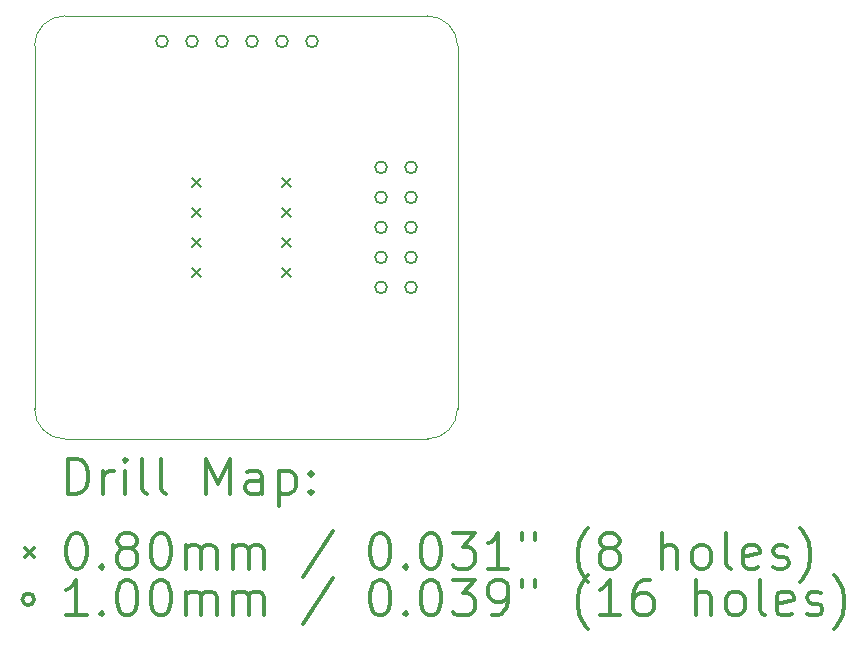
<source format=gbr>
%FSLAX45Y45*%
G04 Gerber Fmt 4.5, Leading zero omitted, Abs format (unit mm)*
G04 Created by KiCad (PCBNEW 5.1.6) date 2020-10-08 05:31:27*
%MOMM*%
%LPD*%
G01*
G04 APERTURE LIST*
%TA.AperFunction,Profile*%
%ADD10C,0.050000*%
%TD*%
%ADD11C,0.200000*%
%ADD12C,0.300000*%
G04 APERTURE END LIST*
D10*
X7594600Y-7264400D02*
X10401300Y-7264400D01*
X7340600Y-3937000D02*
X7340600Y-7010400D01*
X10668000Y-3683000D02*
X7594600Y-3683000D01*
X10922000Y-7010400D02*
X10922000Y-3937000D01*
X7594600Y-7264400D02*
G75*
G02*
X7340600Y-7010400I0J254000D01*
G01*
X10922000Y-7010400D02*
G75*
G02*
X10668000Y-7264400I-254000J0D01*
G01*
X10401300Y-7264400D02*
X10668000Y-7264400D01*
X10668000Y-3683000D02*
G75*
G02*
X10922000Y-3937000I0J-254000D01*
G01*
X7340600Y-3937000D02*
G75*
G02*
X7594600Y-3683000I254000J0D01*
G01*
D11*
X8672200Y-5052700D02*
X8752200Y-5132700D01*
X8752200Y-5052700D02*
X8672200Y-5132700D01*
X8672200Y-5306700D02*
X8752200Y-5386700D01*
X8752200Y-5306700D02*
X8672200Y-5386700D01*
X8672200Y-5560700D02*
X8752200Y-5640700D01*
X8752200Y-5560700D02*
X8672200Y-5640700D01*
X8672200Y-5814700D02*
X8752200Y-5894700D01*
X8752200Y-5814700D02*
X8672200Y-5894700D01*
X9434200Y-5052700D02*
X9514200Y-5132700D01*
X9514200Y-5052700D02*
X9434200Y-5132700D01*
X9434200Y-5306700D02*
X9514200Y-5386700D01*
X9514200Y-5306700D02*
X9434200Y-5386700D01*
X9434200Y-5560700D02*
X9514200Y-5640700D01*
X9514200Y-5560700D02*
X9434200Y-5640700D01*
X9434200Y-5814700D02*
X9514200Y-5894700D01*
X9514200Y-5814700D02*
X9434200Y-5894700D01*
X8470100Y-3898900D02*
G75*
G03*
X8470100Y-3898900I-50000J0D01*
G01*
X8724100Y-3898900D02*
G75*
G03*
X8724100Y-3898900I-50000J0D01*
G01*
X8978100Y-3898900D02*
G75*
G03*
X8978100Y-3898900I-50000J0D01*
G01*
X9232100Y-3898900D02*
G75*
G03*
X9232100Y-3898900I-50000J0D01*
G01*
X9486100Y-3898900D02*
G75*
G03*
X9486100Y-3898900I-50000J0D01*
G01*
X9740100Y-3898900D02*
G75*
G03*
X9740100Y-3898900I-50000J0D01*
G01*
X10324300Y-4965700D02*
G75*
G03*
X10324300Y-4965700I-50000J0D01*
G01*
X10324300Y-5219700D02*
G75*
G03*
X10324300Y-5219700I-50000J0D01*
G01*
X10324300Y-5473700D02*
G75*
G03*
X10324300Y-5473700I-50000J0D01*
G01*
X10324300Y-5727700D02*
G75*
G03*
X10324300Y-5727700I-50000J0D01*
G01*
X10324300Y-5981700D02*
G75*
G03*
X10324300Y-5981700I-50000J0D01*
G01*
X10578300Y-4965700D02*
G75*
G03*
X10578300Y-4965700I-50000J0D01*
G01*
X10578300Y-5219700D02*
G75*
G03*
X10578300Y-5219700I-50000J0D01*
G01*
X10578300Y-5473700D02*
G75*
G03*
X10578300Y-5473700I-50000J0D01*
G01*
X10578300Y-5727700D02*
G75*
G03*
X10578300Y-5727700I-50000J0D01*
G01*
X10578300Y-5981700D02*
G75*
G03*
X10578300Y-5981700I-50000J0D01*
G01*
D12*
X7624528Y-7732614D02*
X7624528Y-7432614D01*
X7695957Y-7432614D01*
X7738814Y-7446900D01*
X7767386Y-7475471D01*
X7781671Y-7504043D01*
X7795957Y-7561186D01*
X7795957Y-7604043D01*
X7781671Y-7661186D01*
X7767386Y-7689757D01*
X7738814Y-7718329D01*
X7695957Y-7732614D01*
X7624528Y-7732614D01*
X7924528Y-7732614D02*
X7924528Y-7532614D01*
X7924528Y-7589757D02*
X7938814Y-7561186D01*
X7953100Y-7546900D01*
X7981671Y-7532614D01*
X8010243Y-7532614D01*
X8110243Y-7732614D02*
X8110243Y-7532614D01*
X8110243Y-7432614D02*
X8095957Y-7446900D01*
X8110243Y-7461186D01*
X8124528Y-7446900D01*
X8110243Y-7432614D01*
X8110243Y-7461186D01*
X8295957Y-7732614D02*
X8267386Y-7718329D01*
X8253100Y-7689757D01*
X8253100Y-7432614D01*
X8453100Y-7732614D02*
X8424528Y-7718329D01*
X8410243Y-7689757D01*
X8410243Y-7432614D01*
X8795957Y-7732614D02*
X8795957Y-7432614D01*
X8895957Y-7646900D01*
X8995957Y-7432614D01*
X8995957Y-7732614D01*
X9267386Y-7732614D02*
X9267386Y-7575471D01*
X9253100Y-7546900D01*
X9224528Y-7532614D01*
X9167386Y-7532614D01*
X9138814Y-7546900D01*
X9267386Y-7718329D02*
X9238814Y-7732614D01*
X9167386Y-7732614D01*
X9138814Y-7718329D01*
X9124528Y-7689757D01*
X9124528Y-7661186D01*
X9138814Y-7632614D01*
X9167386Y-7618329D01*
X9238814Y-7618329D01*
X9267386Y-7604043D01*
X9410243Y-7532614D02*
X9410243Y-7832614D01*
X9410243Y-7546900D02*
X9438814Y-7532614D01*
X9495957Y-7532614D01*
X9524528Y-7546900D01*
X9538814Y-7561186D01*
X9553100Y-7589757D01*
X9553100Y-7675471D01*
X9538814Y-7704043D01*
X9524528Y-7718329D01*
X9495957Y-7732614D01*
X9438814Y-7732614D01*
X9410243Y-7718329D01*
X9681671Y-7704043D02*
X9695957Y-7718329D01*
X9681671Y-7732614D01*
X9667386Y-7718329D01*
X9681671Y-7704043D01*
X9681671Y-7732614D01*
X9681671Y-7546900D02*
X9695957Y-7561186D01*
X9681671Y-7575471D01*
X9667386Y-7561186D01*
X9681671Y-7546900D01*
X9681671Y-7575471D01*
X7258100Y-8186900D02*
X7338100Y-8266900D01*
X7338100Y-8186900D02*
X7258100Y-8266900D01*
X7681671Y-8062614D02*
X7710243Y-8062614D01*
X7738814Y-8076900D01*
X7753100Y-8091186D01*
X7767386Y-8119757D01*
X7781671Y-8176900D01*
X7781671Y-8248329D01*
X7767386Y-8305471D01*
X7753100Y-8334043D01*
X7738814Y-8348329D01*
X7710243Y-8362614D01*
X7681671Y-8362614D01*
X7653100Y-8348329D01*
X7638814Y-8334043D01*
X7624528Y-8305471D01*
X7610243Y-8248329D01*
X7610243Y-8176900D01*
X7624528Y-8119757D01*
X7638814Y-8091186D01*
X7653100Y-8076900D01*
X7681671Y-8062614D01*
X7910243Y-8334043D02*
X7924528Y-8348329D01*
X7910243Y-8362614D01*
X7895957Y-8348329D01*
X7910243Y-8334043D01*
X7910243Y-8362614D01*
X8095957Y-8191186D02*
X8067386Y-8176900D01*
X8053100Y-8162614D01*
X8038814Y-8134043D01*
X8038814Y-8119757D01*
X8053100Y-8091186D01*
X8067386Y-8076900D01*
X8095957Y-8062614D01*
X8153100Y-8062614D01*
X8181671Y-8076900D01*
X8195957Y-8091186D01*
X8210243Y-8119757D01*
X8210243Y-8134043D01*
X8195957Y-8162614D01*
X8181671Y-8176900D01*
X8153100Y-8191186D01*
X8095957Y-8191186D01*
X8067386Y-8205471D01*
X8053100Y-8219757D01*
X8038814Y-8248329D01*
X8038814Y-8305471D01*
X8053100Y-8334043D01*
X8067386Y-8348329D01*
X8095957Y-8362614D01*
X8153100Y-8362614D01*
X8181671Y-8348329D01*
X8195957Y-8334043D01*
X8210243Y-8305471D01*
X8210243Y-8248329D01*
X8195957Y-8219757D01*
X8181671Y-8205471D01*
X8153100Y-8191186D01*
X8395957Y-8062614D02*
X8424528Y-8062614D01*
X8453100Y-8076900D01*
X8467386Y-8091186D01*
X8481671Y-8119757D01*
X8495957Y-8176900D01*
X8495957Y-8248329D01*
X8481671Y-8305471D01*
X8467386Y-8334043D01*
X8453100Y-8348329D01*
X8424528Y-8362614D01*
X8395957Y-8362614D01*
X8367386Y-8348329D01*
X8353100Y-8334043D01*
X8338814Y-8305471D01*
X8324528Y-8248329D01*
X8324528Y-8176900D01*
X8338814Y-8119757D01*
X8353100Y-8091186D01*
X8367386Y-8076900D01*
X8395957Y-8062614D01*
X8624528Y-8362614D02*
X8624528Y-8162614D01*
X8624528Y-8191186D02*
X8638814Y-8176900D01*
X8667386Y-8162614D01*
X8710243Y-8162614D01*
X8738814Y-8176900D01*
X8753100Y-8205471D01*
X8753100Y-8362614D01*
X8753100Y-8205471D02*
X8767386Y-8176900D01*
X8795957Y-8162614D01*
X8838814Y-8162614D01*
X8867386Y-8176900D01*
X8881671Y-8205471D01*
X8881671Y-8362614D01*
X9024528Y-8362614D02*
X9024528Y-8162614D01*
X9024528Y-8191186D02*
X9038814Y-8176900D01*
X9067386Y-8162614D01*
X9110243Y-8162614D01*
X9138814Y-8176900D01*
X9153100Y-8205471D01*
X9153100Y-8362614D01*
X9153100Y-8205471D02*
X9167386Y-8176900D01*
X9195957Y-8162614D01*
X9238814Y-8162614D01*
X9267386Y-8176900D01*
X9281671Y-8205471D01*
X9281671Y-8362614D01*
X9867386Y-8048329D02*
X9610243Y-8434043D01*
X10253100Y-8062614D02*
X10281671Y-8062614D01*
X10310243Y-8076900D01*
X10324528Y-8091186D01*
X10338814Y-8119757D01*
X10353100Y-8176900D01*
X10353100Y-8248329D01*
X10338814Y-8305471D01*
X10324528Y-8334043D01*
X10310243Y-8348329D01*
X10281671Y-8362614D01*
X10253100Y-8362614D01*
X10224528Y-8348329D01*
X10210243Y-8334043D01*
X10195957Y-8305471D01*
X10181671Y-8248329D01*
X10181671Y-8176900D01*
X10195957Y-8119757D01*
X10210243Y-8091186D01*
X10224528Y-8076900D01*
X10253100Y-8062614D01*
X10481671Y-8334043D02*
X10495957Y-8348329D01*
X10481671Y-8362614D01*
X10467386Y-8348329D01*
X10481671Y-8334043D01*
X10481671Y-8362614D01*
X10681671Y-8062614D02*
X10710243Y-8062614D01*
X10738814Y-8076900D01*
X10753100Y-8091186D01*
X10767386Y-8119757D01*
X10781671Y-8176900D01*
X10781671Y-8248329D01*
X10767386Y-8305471D01*
X10753100Y-8334043D01*
X10738814Y-8348329D01*
X10710243Y-8362614D01*
X10681671Y-8362614D01*
X10653100Y-8348329D01*
X10638814Y-8334043D01*
X10624528Y-8305471D01*
X10610243Y-8248329D01*
X10610243Y-8176900D01*
X10624528Y-8119757D01*
X10638814Y-8091186D01*
X10653100Y-8076900D01*
X10681671Y-8062614D01*
X10881671Y-8062614D02*
X11067386Y-8062614D01*
X10967386Y-8176900D01*
X11010243Y-8176900D01*
X11038814Y-8191186D01*
X11053100Y-8205471D01*
X11067386Y-8234043D01*
X11067386Y-8305471D01*
X11053100Y-8334043D01*
X11038814Y-8348329D01*
X11010243Y-8362614D01*
X10924528Y-8362614D01*
X10895957Y-8348329D01*
X10881671Y-8334043D01*
X11353100Y-8362614D02*
X11181671Y-8362614D01*
X11267386Y-8362614D02*
X11267386Y-8062614D01*
X11238814Y-8105471D01*
X11210243Y-8134043D01*
X11181671Y-8148329D01*
X11467386Y-8062614D02*
X11467386Y-8119757D01*
X11581671Y-8062614D02*
X11581671Y-8119757D01*
X12024528Y-8476900D02*
X12010243Y-8462614D01*
X11981671Y-8419757D01*
X11967386Y-8391186D01*
X11953100Y-8348329D01*
X11938814Y-8276900D01*
X11938814Y-8219757D01*
X11953100Y-8148329D01*
X11967386Y-8105471D01*
X11981671Y-8076900D01*
X12010243Y-8034043D01*
X12024528Y-8019757D01*
X12181671Y-8191186D02*
X12153100Y-8176900D01*
X12138814Y-8162614D01*
X12124528Y-8134043D01*
X12124528Y-8119757D01*
X12138814Y-8091186D01*
X12153100Y-8076900D01*
X12181671Y-8062614D01*
X12238814Y-8062614D01*
X12267386Y-8076900D01*
X12281671Y-8091186D01*
X12295957Y-8119757D01*
X12295957Y-8134043D01*
X12281671Y-8162614D01*
X12267386Y-8176900D01*
X12238814Y-8191186D01*
X12181671Y-8191186D01*
X12153100Y-8205471D01*
X12138814Y-8219757D01*
X12124528Y-8248329D01*
X12124528Y-8305471D01*
X12138814Y-8334043D01*
X12153100Y-8348329D01*
X12181671Y-8362614D01*
X12238814Y-8362614D01*
X12267386Y-8348329D01*
X12281671Y-8334043D01*
X12295957Y-8305471D01*
X12295957Y-8248329D01*
X12281671Y-8219757D01*
X12267386Y-8205471D01*
X12238814Y-8191186D01*
X12653100Y-8362614D02*
X12653100Y-8062614D01*
X12781671Y-8362614D02*
X12781671Y-8205471D01*
X12767386Y-8176900D01*
X12738814Y-8162614D01*
X12695957Y-8162614D01*
X12667386Y-8176900D01*
X12653100Y-8191186D01*
X12967386Y-8362614D02*
X12938814Y-8348329D01*
X12924528Y-8334043D01*
X12910243Y-8305471D01*
X12910243Y-8219757D01*
X12924528Y-8191186D01*
X12938814Y-8176900D01*
X12967386Y-8162614D01*
X13010243Y-8162614D01*
X13038814Y-8176900D01*
X13053100Y-8191186D01*
X13067386Y-8219757D01*
X13067386Y-8305471D01*
X13053100Y-8334043D01*
X13038814Y-8348329D01*
X13010243Y-8362614D01*
X12967386Y-8362614D01*
X13238814Y-8362614D02*
X13210243Y-8348329D01*
X13195957Y-8319757D01*
X13195957Y-8062614D01*
X13467386Y-8348329D02*
X13438814Y-8362614D01*
X13381671Y-8362614D01*
X13353100Y-8348329D01*
X13338814Y-8319757D01*
X13338814Y-8205471D01*
X13353100Y-8176900D01*
X13381671Y-8162614D01*
X13438814Y-8162614D01*
X13467386Y-8176900D01*
X13481671Y-8205471D01*
X13481671Y-8234043D01*
X13338814Y-8262614D01*
X13595957Y-8348329D02*
X13624528Y-8362614D01*
X13681671Y-8362614D01*
X13710243Y-8348329D01*
X13724528Y-8319757D01*
X13724528Y-8305471D01*
X13710243Y-8276900D01*
X13681671Y-8262614D01*
X13638814Y-8262614D01*
X13610243Y-8248329D01*
X13595957Y-8219757D01*
X13595957Y-8205471D01*
X13610243Y-8176900D01*
X13638814Y-8162614D01*
X13681671Y-8162614D01*
X13710243Y-8176900D01*
X13824528Y-8476900D02*
X13838814Y-8462614D01*
X13867386Y-8419757D01*
X13881671Y-8391186D01*
X13895957Y-8348329D01*
X13910243Y-8276900D01*
X13910243Y-8219757D01*
X13895957Y-8148329D01*
X13881671Y-8105471D01*
X13867386Y-8076900D01*
X13838814Y-8034043D01*
X13824528Y-8019757D01*
X7338100Y-8622900D02*
G75*
G03*
X7338100Y-8622900I-50000J0D01*
G01*
X7781671Y-8758614D02*
X7610243Y-8758614D01*
X7695957Y-8758614D02*
X7695957Y-8458614D01*
X7667386Y-8501472D01*
X7638814Y-8530043D01*
X7610243Y-8544329D01*
X7910243Y-8730043D02*
X7924528Y-8744329D01*
X7910243Y-8758614D01*
X7895957Y-8744329D01*
X7910243Y-8730043D01*
X7910243Y-8758614D01*
X8110243Y-8458614D02*
X8138814Y-8458614D01*
X8167386Y-8472900D01*
X8181671Y-8487186D01*
X8195957Y-8515757D01*
X8210243Y-8572900D01*
X8210243Y-8644329D01*
X8195957Y-8701472D01*
X8181671Y-8730043D01*
X8167386Y-8744329D01*
X8138814Y-8758614D01*
X8110243Y-8758614D01*
X8081671Y-8744329D01*
X8067386Y-8730043D01*
X8053100Y-8701472D01*
X8038814Y-8644329D01*
X8038814Y-8572900D01*
X8053100Y-8515757D01*
X8067386Y-8487186D01*
X8081671Y-8472900D01*
X8110243Y-8458614D01*
X8395957Y-8458614D02*
X8424528Y-8458614D01*
X8453100Y-8472900D01*
X8467386Y-8487186D01*
X8481671Y-8515757D01*
X8495957Y-8572900D01*
X8495957Y-8644329D01*
X8481671Y-8701472D01*
X8467386Y-8730043D01*
X8453100Y-8744329D01*
X8424528Y-8758614D01*
X8395957Y-8758614D01*
X8367386Y-8744329D01*
X8353100Y-8730043D01*
X8338814Y-8701472D01*
X8324528Y-8644329D01*
X8324528Y-8572900D01*
X8338814Y-8515757D01*
X8353100Y-8487186D01*
X8367386Y-8472900D01*
X8395957Y-8458614D01*
X8624528Y-8758614D02*
X8624528Y-8558614D01*
X8624528Y-8587186D02*
X8638814Y-8572900D01*
X8667386Y-8558614D01*
X8710243Y-8558614D01*
X8738814Y-8572900D01*
X8753100Y-8601472D01*
X8753100Y-8758614D01*
X8753100Y-8601472D02*
X8767386Y-8572900D01*
X8795957Y-8558614D01*
X8838814Y-8558614D01*
X8867386Y-8572900D01*
X8881671Y-8601472D01*
X8881671Y-8758614D01*
X9024528Y-8758614D02*
X9024528Y-8558614D01*
X9024528Y-8587186D02*
X9038814Y-8572900D01*
X9067386Y-8558614D01*
X9110243Y-8558614D01*
X9138814Y-8572900D01*
X9153100Y-8601472D01*
X9153100Y-8758614D01*
X9153100Y-8601472D02*
X9167386Y-8572900D01*
X9195957Y-8558614D01*
X9238814Y-8558614D01*
X9267386Y-8572900D01*
X9281671Y-8601472D01*
X9281671Y-8758614D01*
X9867386Y-8444329D02*
X9610243Y-8830043D01*
X10253100Y-8458614D02*
X10281671Y-8458614D01*
X10310243Y-8472900D01*
X10324528Y-8487186D01*
X10338814Y-8515757D01*
X10353100Y-8572900D01*
X10353100Y-8644329D01*
X10338814Y-8701472D01*
X10324528Y-8730043D01*
X10310243Y-8744329D01*
X10281671Y-8758614D01*
X10253100Y-8758614D01*
X10224528Y-8744329D01*
X10210243Y-8730043D01*
X10195957Y-8701472D01*
X10181671Y-8644329D01*
X10181671Y-8572900D01*
X10195957Y-8515757D01*
X10210243Y-8487186D01*
X10224528Y-8472900D01*
X10253100Y-8458614D01*
X10481671Y-8730043D02*
X10495957Y-8744329D01*
X10481671Y-8758614D01*
X10467386Y-8744329D01*
X10481671Y-8730043D01*
X10481671Y-8758614D01*
X10681671Y-8458614D02*
X10710243Y-8458614D01*
X10738814Y-8472900D01*
X10753100Y-8487186D01*
X10767386Y-8515757D01*
X10781671Y-8572900D01*
X10781671Y-8644329D01*
X10767386Y-8701472D01*
X10753100Y-8730043D01*
X10738814Y-8744329D01*
X10710243Y-8758614D01*
X10681671Y-8758614D01*
X10653100Y-8744329D01*
X10638814Y-8730043D01*
X10624528Y-8701472D01*
X10610243Y-8644329D01*
X10610243Y-8572900D01*
X10624528Y-8515757D01*
X10638814Y-8487186D01*
X10653100Y-8472900D01*
X10681671Y-8458614D01*
X10881671Y-8458614D02*
X11067386Y-8458614D01*
X10967386Y-8572900D01*
X11010243Y-8572900D01*
X11038814Y-8587186D01*
X11053100Y-8601472D01*
X11067386Y-8630043D01*
X11067386Y-8701472D01*
X11053100Y-8730043D01*
X11038814Y-8744329D01*
X11010243Y-8758614D01*
X10924528Y-8758614D01*
X10895957Y-8744329D01*
X10881671Y-8730043D01*
X11210243Y-8758614D02*
X11267386Y-8758614D01*
X11295957Y-8744329D01*
X11310243Y-8730043D01*
X11338814Y-8687186D01*
X11353100Y-8630043D01*
X11353100Y-8515757D01*
X11338814Y-8487186D01*
X11324528Y-8472900D01*
X11295957Y-8458614D01*
X11238814Y-8458614D01*
X11210243Y-8472900D01*
X11195957Y-8487186D01*
X11181671Y-8515757D01*
X11181671Y-8587186D01*
X11195957Y-8615757D01*
X11210243Y-8630043D01*
X11238814Y-8644329D01*
X11295957Y-8644329D01*
X11324528Y-8630043D01*
X11338814Y-8615757D01*
X11353100Y-8587186D01*
X11467386Y-8458614D02*
X11467386Y-8515757D01*
X11581671Y-8458614D02*
X11581671Y-8515757D01*
X12024528Y-8872900D02*
X12010243Y-8858614D01*
X11981671Y-8815757D01*
X11967386Y-8787186D01*
X11953100Y-8744329D01*
X11938814Y-8672900D01*
X11938814Y-8615757D01*
X11953100Y-8544329D01*
X11967386Y-8501472D01*
X11981671Y-8472900D01*
X12010243Y-8430043D01*
X12024528Y-8415757D01*
X12295957Y-8758614D02*
X12124528Y-8758614D01*
X12210243Y-8758614D02*
X12210243Y-8458614D01*
X12181671Y-8501472D01*
X12153100Y-8530043D01*
X12124528Y-8544329D01*
X12553100Y-8458614D02*
X12495957Y-8458614D01*
X12467386Y-8472900D01*
X12453100Y-8487186D01*
X12424528Y-8530043D01*
X12410243Y-8587186D01*
X12410243Y-8701472D01*
X12424528Y-8730043D01*
X12438814Y-8744329D01*
X12467386Y-8758614D01*
X12524528Y-8758614D01*
X12553100Y-8744329D01*
X12567386Y-8730043D01*
X12581671Y-8701472D01*
X12581671Y-8630043D01*
X12567386Y-8601472D01*
X12553100Y-8587186D01*
X12524528Y-8572900D01*
X12467386Y-8572900D01*
X12438814Y-8587186D01*
X12424528Y-8601472D01*
X12410243Y-8630043D01*
X12938814Y-8758614D02*
X12938814Y-8458614D01*
X13067386Y-8758614D02*
X13067386Y-8601472D01*
X13053100Y-8572900D01*
X13024528Y-8558614D01*
X12981671Y-8558614D01*
X12953100Y-8572900D01*
X12938814Y-8587186D01*
X13253100Y-8758614D02*
X13224528Y-8744329D01*
X13210243Y-8730043D01*
X13195957Y-8701472D01*
X13195957Y-8615757D01*
X13210243Y-8587186D01*
X13224528Y-8572900D01*
X13253100Y-8558614D01*
X13295957Y-8558614D01*
X13324528Y-8572900D01*
X13338814Y-8587186D01*
X13353100Y-8615757D01*
X13353100Y-8701472D01*
X13338814Y-8730043D01*
X13324528Y-8744329D01*
X13295957Y-8758614D01*
X13253100Y-8758614D01*
X13524528Y-8758614D02*
X13495957Y-8744329D01*
X13481671Y-8715757D01*
X13481671Y-8458614D01*
X13753100Y-8744329D02*
X13724528Y-8758614D01*
X13667386Y-8758614D01*
X13638814Y-8744329D01*
X13624528Y-8715757D01*
X13624528Y-8601472D01*
X13638814Y-8572900D01*
X13667386Y-8558614D01*
X13724528Y-8558614D01*
X13753100Y-8572900D01*
X13767386Y-8601472D01*
X13767386Y-8630043D01*
X13624528Y-8658614D01*
X13881671Y-8744329D02*
X13910243Y-8758614D01*
X13967386Y-8758614D01*
X13995957Y-8744329D01*
X14010243Y-8715757D01*
X14010243Y-8701472D01*
X13995957Y-8672900D01*
X13967386Y-8658614D01*
X13924528Y-8658614D01*
X13895957Y-8644329D01*
X13881671Y-8615757D01*
X13881671Y-8601472D01*
X13895957Y-8572900D01*
X13924528Y-8558614D01*
X13967386Y-8558614D01*
X13995957Y-8572900D01*
X14110243Y-8872900D02*
X14124528Y-8858614D01*
X14153100Y-8815757D01*
X14167386Y-8787186D01*
X14181671Y-8744329D01*
X14195957Y-8672900D01*
X14195957Y-8615757D01*
X14181671Y-8544329D01*
X14167386Y-8501472D01*
X14153100Y-8472900D01*
X14124528Y-8430043D01*
X14110243Y-8415757D01*
M02*

</source>
